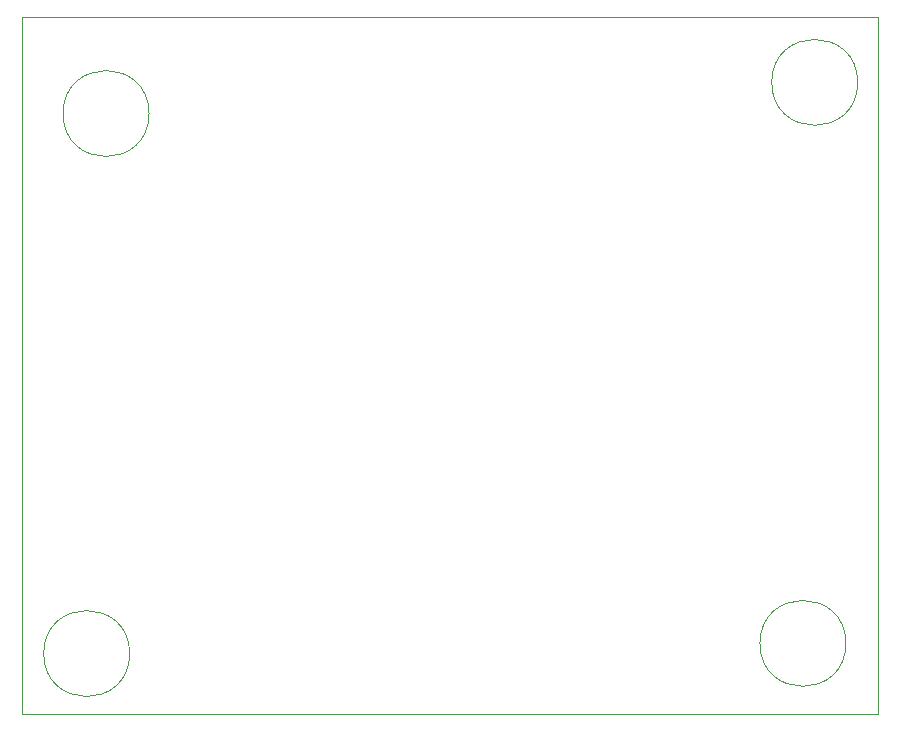
<source format=gbr>
%TF.GenerationSoftware,KiCad,Pcbnew,9.0.4-9.0.4-0~ubuntu24.04.1*%
%TF.CreationDate,2026-01-22T00:02:32-05:00*%
%TF.ProjectId,Mergung 1.18 TRACES,4d657267-756e-4672-9031-2e3138205452,rev?*%
%TF.SameCoordinates,Original*%
%TF.FileFunction,Profile,NP*%
%FSLAX46Y46*%
G04 Gerber Fmt 4.6, Leading zero omitted, Abs format (unit mm)*
G04 Created by KiCad (PCBNEW 9.0.4-9.0.4-0~ubuntu24.04.1) date 2026-01-22 00:02:32*
%MOMM*%
%LPD*%
G01*
G04 APERTURE LIST*
%TA.AperFunction,Profile*%
%ADD10C,0.050000*%
%TD*%
G04 APERTURE END LIST*
D10*
X50280110Y-26640055D02*
G75*
G02*
X43000000Y-26640055I-3640055J0D01*
G01*
X43000000Y-26640055D02*
G75*
G02*
X50280110Y-26640055I3640055J0D01*
G01*
X109280110Y-71500000D02*
G75*
G02*
X102000000Y-71500000I-3640055J0D01*
G01*
X102000000Y-71500000D02*
G75*
G02*
X109280110Y-71500000I3640055J0D01*
G01*
X39500000Y-18500000D02*
X112000000Y-18500000D01*
X112000000Y-77500000D01*
X39500000Y-77500000D01*
X39500000Y-18500000D01*
X48640055Y-72359945D02*
G75*
G02*
X41359945Y-72359945I-3640055J0D01*
G01*
X41359945Y-72359945D02*
G75*
G02*
X48640055Y-72359945I3640055J0D01*
G01*
X110280110Y-24000000D02*
G75*
G02*
X103000000Y-24000000I-3640055J0D01*
G01*
X103000000Y-24000000D02*
G75*
G02*
X110280110Y-24000000I3640055J0D01*
G01*
M02*

</source>
